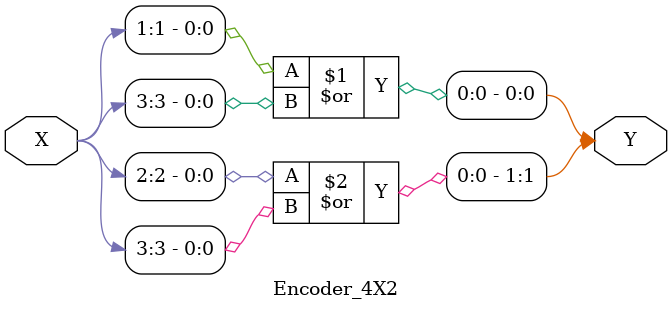
<source format=v>
`timescale 1ns / 1ps

module Encoder_16X4(
    input [15:0] X,
    output reg [3:0] Y
);

    wire [1:0] W1, W2, W3, W4;
    wire E0, E1, E2, E3;

    Encoder_4X2 M1 (.X(X[3:0]),   .Y(W1));
    Encoder_4X2 M2 (.X(X[7:4]),   .Y(W2));
    Encoder_4X2 M3 (.X(X[11:8]),  .Y(W3));
    Encoder_4X2 M4 (.X(X[15:12]), .Y(W4));

    assign E0 = |X[3:0];
    assign E1 = |X[7:4];
    assign E2 = |X[11:8];
    assign E3 = |X[15:12];

    always @(*) 
    begin
        casez ({E3, E2, E1, E0})
            4'b0001: Y = {2'b00, W1};
            4'b0010: Y = {2'b01, W2};
            4'b0100: Y = {2'b10, W3};
            4'b1000: Y = {2'b11, W4};
            default: Y = 4'b0000; 
        endcase
    end

endmodule


module Encoder_4X2(
    input [3:0] X,
    output [1:0] Y
);

    assign Y[0] = X[1] | X[3];
    assign Y[1] = X[2] | X[3];
    
endmodule

</source>
